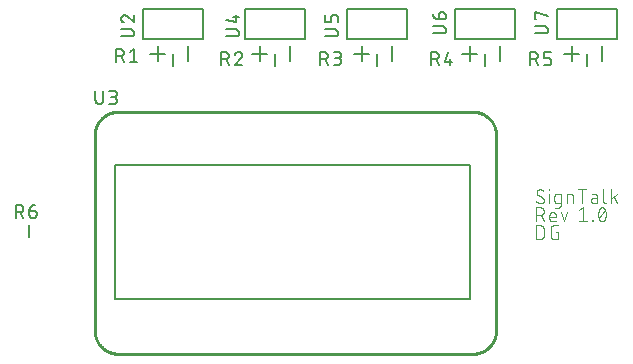
<source format=gbr>
G04 EAGLE Gerber RS-274X export*
G75*
%MOMM*%
%FSLAX34Y34*%
%LPD*%
%INSilkscreen Top*%
%IPPOS*%
%AMOC8*
5,1,8,0,0,1.08239X$1,22.5*%
G01*
%ADD10C,0.101600*%
%ADD11C,0.127000*%
%ADD12C,0.152400*%
%ADD13C,0.254000*%


D10*
X466683Y140208D02*
X466782Y140210D01*
X466882Y140216D01*
X466981Y140225D01*
X467079Y140238D01*
X467177Y140255D01*
X467275Y140276D01*
X467371Y140301D01*
X467466Y140329D01*
X467560Y140361D01*
X467653Y140396D01*
X467745Y140435D01*
X467835Y140478D01*
X467923Y140523D01*
X468010Y140573D01*
X468094Y140625D01*
X468177Y140681D01*
X468257Y140739D01*
X468335Y140801D01*
X468410Y140866D01*
X468483Y140934D01*
X468553Y141004D01*
X468621Y141077D01*
X468686Y141152D01*
X468748Y141230D01*
X468806Y141310D01*
X468862Y141393D01*
X468914Y141477D01*
X468964Y141564D01*
X469009Y141652D01*
X469052Y141742D01*
X469091Y141834D01*
X469126Y141927D01*
X469158Y142021D01*
X469186Y142116D01*
X469211Y142212D01*
X469232Y142310D01*
X469249Y142408D01*
X469262Y142506D01*
X469271Y142605D01*
X469277Y142705D01*
X469279Y142804D01*
X466683Y140208D02*
X466539Y140210D01*
X466394Y140216D01*
X466250Y140225D01*
X466107Y140238D01*
X465963Y140255D01*
X465820Y140276D01*
X465678Y140301D01*
X465537Y140329D01*
X465396Y140361D01*
X465256Y140397D01*
X465117Y140436D01*
X464979Y140479D01*
X464843Y140526D01*
X464707Y140576D01*
X464573Y140630D01*
X464441Y140687D01*
X464310Y140748D01*
X464181Y140812D01*
X464053Y140880D01*
X463927Y140950D01*
X463803Y141025D01*
X463682Y141102D01*
X463562Y141183D01*
X463444Y141266D01*
X463329Y141353D01*
X463216Y141443D01*
X463105Y141536D01*
X462997Y141631D01*
X462891Y141730D01*
X462788Y141831D01*
X463113Y149296D02*
X463115Y149395D01*
X463121Y149495D01*
X463130Y149594D01*
X463143Y149692D01*
X463160Y149790D01*
X463181Y149888D01*
X463206Y149984D01*
X463234Y150079D01*
X463266Y150173D01*
X463301Y150266D01*
X463340Y150358D01*
X463383Y150448D01*
X463428Y150536D01*
X463478Y150623D01*
X463530Y150707D01*
X463586Y150790D01*
X463644Y150870D01*
X463706Y150948D01*
X463771Y151023D01*
X463839Y151096D01*
X463909Y151166D01*
X463982Y151234D01*
X464057Y151299D01*
X464135Y151361D01*
X464215Y151419D01*
X464298Y151475D01*
X464382Y151527D01*
X464469Y151577D01*
X464557Y151622D01*
X464647Y151665D01*
X464739Y151704D01*
X464832Y151739D01*
X464926Y151771D01*
X465021Y151799D01*
X465118Y151824D01*
X465215Y151845D01*
X465313Y151862D01*
X465411Y151875D01*
X465510Y151884D01*
X465610Y151890D01*
X465709Y151892D01*
X465845Y151890D01*
X465981Y151884D01*
X466117Y151875D01*
X466253Y151862D01*
X466388Y151844D01*
X466522Y151824D01*
X466656Y151799D01*
X466790Y151771D01*
X466922Y151738D01*
X467053Y151703D01*
X467184Y151663D01*
X467313Y151620D01*
X467441Y151574D01*
X467567Y151523D01*
X467693Y151470D01*
X467816Y151412D01*
X467938Y151352D01*
X468058Y151288D01*
X468177Y151220D01*
X468293Y151150D01*
X468407Y151076D01*
X468520Y150999D01*
X468630Y150918D01*
X464411Y147024D02*
X464325Y147077D01*
X464241Y147134D01*
X464159Y147193D01*
X464079Y147256D01*
X464002Y147322D01*
X463927Y147390D01*
X463855Y147462D01*
X463786Y147536D01*
X463720Y147613D01*
X463657Y147692D01*
X463597Y147774D01*
X463540Y147858D01*
X463486Y147944D01*
X463436Y148032D01*
X463389Y148122D01*
X463345Y148213D01*
X463306Y148307D01*
X463269Y148401D01*
X463237Y148497D01*
X463208Y148595D01*
X463183Y148693D01*
X463162Y148792D01*
X463144Y148892D01*
X463131Y148992D01*
X463121Y149093D01*
X463115Y149195D01*
X463113Y149296D01*
X467981Y145076D02*
X468067Y145023D01*
X468151Y144966D01*
X468233Y144907D01*
X468313Y144844D01*
X468390Y144778D01*
X468465Y144710D01*
X468537Y144638D01*
X468606Y144564D01*
X468672Y144487D01*
X468735Y144408D01*
X468795Y144326D01*
X468852Y144242D01*
X468906Y144156D01*
X468956Y144068D01*
X469003Y143978D01*
X469047Y143887D01*
X469086Y143793D01*
X469123Y143699D01*
X469155Y143603D01*
X469184Y143505D01*
X469209Y143407D01*
X469230Y143308D01*
X469248Y143208D01*
X469261Y143108D01*
X469271Y143007D01*
X469277Y142905D01*
X469279Y142804D01*
X467981Y145076D02*
X464411Y147024D01*
X473654Y147997D02*
X473654Y140208D01*
X473329Y151243D02*
X473329Y151892D01*
X473978Y151892D01*
X473978Y151243D01*
X473329Y151243D01*
X480184Y140208D02*
X483430Y140208D01*
X480184Y140208D02*
X480097Y140210D01*
X480009Y140216D01*
X479923Y140226D01*
X479836Y140239D01*
X479751Y140257D01*
X479666Y140278D01*
X479582Y140303D01*
X479500Y140332D01*
X479419Y140365D01*
X479339Y140401D01*
X479261Y140440D01*
X479185Y140484D01*
X479111Y140530D01*
X479040Y140580D01*
X478970Y140633D01*
X478903Y140689D01*
X478839Y140748D01*
X478777Y140810D01*
X478718Y140874D01*
X478662Y140941D01*
X478609Y141011D01*
X478559Y141082D01*
X478513Y141156D01*
X478469Y141232D01*
X478430Y141310D01*
X478394Y141390D01*
X478361Y141471D01*
X478332Y141553D01*
X478307Y141637D01*
X478286Y141722D01*
X478268Y141807D01*
X478255Y141894D01*
X478245Y141980D01*
X478239Y142068D01*
X478237Y142155D01*
X478237Y146050D01*
X478239Y146137D01*
X478245Y146225D01*
X478255Y146311D01*
X478268Y146398D01*
X478286Y146483D01*
X478307Y146568D01*
X478332Y146652D01*
X478361Y146734D01*
X478394Y146815D01*
X478430Y146895D01*
X478469Y146973D01*
X478513Y147049D01*
X478559Y147123D01*
X478609Y147194D01*
X478662Y147264D01*
X478718Y147331D01*
X478777Y147395D01*
X478839Y147457D01*
X478903Y147516D01*
X478970Y147572D01*
X479040Y147625D01*
X479111Y147675D01*
X479185Y147721D01*
X479261Y147765D01*
X479339Y147804D01*
X479419Y147840D01*
X479500Y147873D01*
X479582Y147902D01*
X479666Y147927D01*
X479751Y147948D01*
X479836Y147966D01*
X479923Y147979D01*
X480009Y147989D01*
X480097Y147995D01*
X480184Y147997D01*
X483430Y147997D01*
X483430Y138261D01*
X483428Y138174D01*
X483422Y138086D01*
X483412Y138000D01*
X483399Y137913D01*
X483381Y137828D01*
X483360Y137743D01*
X483335Y137659D01*
X483306Y137577D01*
X483273Y137496D01*
X483237Y137416D01*
X483198Y137338D01*
X483154Y137262D01*
X483108Y137188D01*
X483058Y137117D01*
X483005Y137047D01*
X482949Y136980D01*
X482890Y136916D01*
X482829Y136854D01*
X482764Y136795D01*
X482697Y136739D01*
X482627Y136686D01*
X482556Y136636D01*
X482482Y136590D01*
X482406Y136546D01*
X482328Y136507D01*
X482248Y136471D01*
X482167Y136438D01*
X482085Y136409D01*
X482001Y136384D01*
X481916Y136363D01*
X481831Y136345D01*
X481744Y136332D01*
X481658Y136322D01*
X481570Y136316D01*
X481483Y136314D01*
X481483Y136313D02*
X478886Y136313D01*
X488964Y140208D02*
X488964Y147997D01*
X492210Y147997D01*
X492297Y147995D01*
X492385Y147989D01*
X492471Y147979D01*
X492558Y147966D01*
X492643Y147948D01*
X492728Y147927D01*
X492812Y147902D01*
X492894Y147873D01*
X492975Y147840D01*
X493055Y147804D01*
X493133Y147765D01*
X493209Y147721D01*
X493283Y147675D01*
X493354Y147625D01*
X493424Y147572D01*
X493491Y147516D01*
X493555Y147457D01*
X493617Y147396D01*
X493676Y147331D01*
X493732Y147264D01*
X493785Y147194D01*
X493835Y147123D01*
X493881Y147049D01*
X493925Y146973D01*
X493964Y146895D01*
X494000Y146815D01*
X494033Y146734D01*
X494062Y146652D01*
X494087Y146568D01*
X494108Y146483D01*
X494126Y146398D01*
X494139Y146311D01*
X494149Y146225D01*
X494155Y146137D01*
X494157Y146050D01*
X494157Y140208D01*
X501847Y140208D02*
X501847Y151892D01*
X498602Y151892D02*
X505093Y151892D01*
X511370Y144752D02*
X514291Y144752D01*
X511370Y144752D02*
X511276Y144750D01*
X511182Y144744D01*
X511089Y144735D01*
X510996Y144721D01*
X510904Y144704D01*
X510812Y144682D01*
X510722Y144658D01*
X510632Y144629D01*
X510544Y144597D01*
X510457Y144561D01*
X510372Y144521D01*
X510289Y144478D01*
X510207Y144432D01*
X510127Y144382D01*
X510050Y144329D01*
X509975Y144273D01*
X509902Y144214D01*
X509831Y144152D01*
X509763Y144087D01*
X509698Y144019D01*
X509636Y143948D01*
X509577Y143875D01*
X509521Y143800D01*
X509468Y143723D01*
X509418Y143643D01*
X509372Y143561D01*
X509329Y143478D01*
X509289Y143393D01*
X509253Y143306D01*
X509221Y143218D01*
X509192Y143128D01*
X509168Y143038D01*
X509146Y142946D01*
X509129Y142854D01*
X509115Y142761D01*
X509106Y142668D01*
X509100Y142574D01*
X509098Y142480D01*
X509100Y142386D01*
X509106Y142292D01*
X509115Y142199D01*
X509129Y142106D01*
X509146Y142014D01*
X509168Y141922D01*
X509192Y141832D01*
X509221Y141742D01*
X509253Y141654D01*
X509289Y141567D01*
X509329Y141482D01*
X509372Y141399D01*
X509418Y141317D01*
X509468Y141237D01*
X509521Y141160D01*
X509577Y141085D01*
X509636Y141012D01*
X509698Y140941D01*
X509763Y140873D01*
X509831Y140808D01*
X509902Y140746D01*
X509975Y140687D01*
X510050Y140631D01*
X510127Y140578D01*
X510207Y140528D01*
X510289Y140482D01*
X510372Y140439D01*
X510457Y140399D01*
X510544Y140363D01*
X510632Y140331D01*
X510722Y140302D01*
X510812Y140278D01*
X510904Y140256D01*
X510996Y140239D01*
X511089Y140225D01*
X511182Y140216D01*
X511276Y140210D01*
X511370Y140208D01*
X514291Y140208D01*
X514291Y146050D01*
X514289Y146137D01*
X514283Y146225D01*
X514273Y146311D01*
X514260Y146398D01*
X514242Y146483D01*
X514221Y146568D01*
X514196Y146652D01*
X514167Y146734D01*
X514134Y146815D01*
X514098Y146895D01*
X514059Y146973D01*
X514015Y147049D01*
X513969Y147123D01*
X513919Y147194D01*
X513866Y147264D01*
X513810Y147331D01*
X513751Y147395D01*
X513689Y147457D01*
X513625Y147516D01*
X513558Y147572D01*
X513488Y147625D01*
X513417Y147675D01*
X513343Y147721D01*
X513267Y147765D01*
X513189Y147804D01*
X513109Y147840D01*
X513028Y147873D01*
X512946Y147902D01*
X512862Y147927D01*
X512777Y147948D01*
X512692Y147966D01*
X512605Y147979D01*
X512519Y147989D01*
X512431Y147995D01*
X512344Y147997D01*
X509747Y147997D01*
X519594Y151892D02*
X519594Y142155D01*
X519596Y142068D01*
X519602Y141980D01*
X519612Y141894D01*
X519625Y141807D01*
X519643Y141722D01*
X519664Y141637D01*
X519689Y141553D01*
X519718Y141471D01*
X519751Y141390D01*
X519787Y141310D01*
X519826Y141232D01*
X519870Y141156D01*
X519916Y141082D01*
X519966Y141011D01*
X520019Y140941D01*
X520075Y140874D01*
X520134Y140810D01*
X520196Y140748D01*
X520260Y140689D01*
X520327Y140633D01*
X520397Y140580D01*
X520468Y140530D01*
X520542Y140484D01*
X520618Y140440D01*
X520696Y140401D01*
X520776Y140365D01*
X520857Y140332D01*
X520939Y140303D01*
X521023Y140278D01*
X521108Y140257D01*
X521193Y140239D01*
X521280Y140226D01*
X521366Y140216D01*
X521454Y140210D01*
X521541Y140208D01*
X526056Y140208D02*
X526056Y151892D01*
X531249Y147997D02*
X526056Y144103D01*
X528328Y145725D02*
X531249Y140208D01*
X462788Y136652D02*
X462788Y124968D01*
X462788Y136652D02*
X466034Y136652D01*
X466147Y136650D01*
X466260Y136644D01*
X466373Y136634D01*
X466486Y136620D01*
X466598Y136603D01*
X466709Y136581D01*
X466819Y136556D01*
X466929Y136526D01*
X467037Y136493D01*
X467144Y136456D01*
X467250Y136416D01*
X467354Y136371D01*
X467457Y136323D01*
X467558Y136272D01*
X467657Y136217D01*
X467754Y136159D01*
X467849Y136097D01*
X467942Y136032D01*
X468032Y135964D01*
X468120Y135893D01*
X468206Y135818D01*
X468289Y135741D01*
X468369Y135661D01*
X468446Y135578D01*
X468521Y135492D01*
X468592Y135404D01*
X468660Y135314D01*
X468725Y135221D01*
X468787Y135126D01*
X468845Y135029D01*
X468900Y134930D01*
X468951Y134829D01*
X468999Y134726D01*
X469044Y134622D01*
X469084Y134516D01*
X469121Y134409D01*
X469154Y134301D01*
X469184Y134191D01*
X469209Y134081D01*
X469231Y133970D01*
X469248Y133858D01*
X469262Y133745D01*
X469272Y133632D01*
X469278Y133519D01*
X469280Y133406D01*
X469278Y133293D01*
X469272Y133180D01*
X469262Y133067D01*
X469248Y132954D01*
X469231Y132842D01*
X469209Y132731D01*
X469184Y132621D01*
X469154Y132511D01*
X469121Y132403D01*
X469084Y132296D01*
X469044Y132190D01*
X468999Y132086D01*
X468951Y131983D01*
X468900Y131882D01*
X468845Y131783D01*
X468787Y131686D01*
X468725Y131591D01*
X468660Y131498D01*
X468592Y131408D01*
X468521Y131320D01*
X468446Y131234D01*
X468369Y131151D01*
X468289Y131071D01*
X468206Y130994D01*
X468120Y130919D01*
X468032Y130848D01*
X467942Y130780D01*
X467849Y130715D01*
X467754Y130653D01*
X467657Y130595D01*
X467558Y130540D01*
X467457Y130489D01*
X467354Y130441D01*
X467250Y130396D01*
X467144Y130356D01*
X467037Y130319D01*
X466929Y130286D01*
X466819Y130256D01*
X466709Y130231D01*
X466598Y130209D01*
X466486Y130192D01*
X466373Y130178D01*
X466260Y130168D01*
X466147Y130162D01*
X466034Y130160D01*
X466034Y130161D02*
X462788Y130161D01*
X466683Y130161D02*
X469279Y124968D01*
X475979Y124968D02*
X479224Y124968D01*
X475979Y124968D02*
X475892Y124970D01*
X475804Y124976D01*
X475718Y124986D01*
X475631Y124999D01*
X475546Y125017D01*
X475461Y125038D01*
X475377Y125063D01*
X475295Y125092D01*
X475214Y125125D01*
X475134Y125161D01*
X475056Y125200D01*
X474980Y125244D01*
X474906Y125290D01*
X474835Y125340D01*
X474765Y125393D01*
X474698Y125449D01*
X474634Y125508D01*
X474572Y125570D01*
X474513Y125634D01*
X474457Y125701D01*
X474404Y125771D01*
X474354Y125842D01*
X474308Y125916D01*
X474264Y125992D01*
X474225Y126070D01*
X474189Y126150D01*
X474156Y126231D01*
X474127Y126313D01*
X474102Y126397D01*
X474081Y126482D01*
X474063Y126567D01*
X474050Y126654D01*
X474040Y126740D01*
X474034Y126828D01*
X474032Y126915D01*
X474031Y126915D02*
X474031Y130161D01*
X474032Y130161D02*
X474034Y130262D01*
X474040Y130362D01*
X474050Y130462D01*
X474063Y130562D01*
X474081Y130661D01*
X474102Y130760D01*
X474127Y130857D01*
X474156Y130954D01*
X474189Y131049D01*
X474225Y131143D01*
X474265Y131235D01*
X474308Y131326D01*
X474355Y131415D01*
X474405Y131502D01*
X474459Y131588D01*
X474516Y131671D01*
X474576Y131751D01*
X474639Y131830D01*
X474706Y131906D01*
X474775Y131979D01*
X474847Y132049D01*
X474921Y132117D01*
X474998Y132182D01*
X475078Y132243D01*
X475160Y132302D01*
X475244Y132357D01*
X475330Y132409D01*
X475418Y132458D01*
X475508Y132503D01*
X475600Y132545D01*
X475693Y132583D01*
X475788Y132617D01*
X475883Y132648D01*
X475980Y132675D01*
X476078Y132698D01*
X476177Y132718D01*
X476277Y132733D01*
X476377Y132745D01*
X476477Y132753D01*
X476578Y132757D01*
X476678Y132757D01*
X476779Y132753D01*
X476879Y132745D01*
X476979Y132733D01*
X477079Y132718D01*
X477178Y132698D01*
X477276Y132675D01*
X477373Y132648D01*
X477468Y132617D01*
X477563Y132583D01*
X477656Y132545D01*
X477748Y132503D01*
X477838Y132458D01*
X477926Y132409D01*
X478012Y132357D01*
X478096Y132302D01*
X478178Y132243D01*
X478258Y132182D01*
X478335Y132117D01*
X478409Y132049D01*
X478481Y131979D01*
X478550Y131906D01*
X478617Y131830D01*
X478680Y131751D01*
X478740Y131671D01*
X478797Y131588D01*
X478851Y131502D01*
X478901Y131415D01*
X478948Y131326D01*
X478991Y131235D01*
X479031Y131143D01*
X479067Y131049D01*
X479100Y130954D01*
X479129Y130857D01*
X479154Y130760D01*
X479175Y130661D01*
X479193Y130562D01*
X479206Y130462D01*
X479216Y130362D01*
X479222Y130262D01*
X479224Y130161D01*
X479224Y128863D01*
X474031Y128863D01*
X483556Y132757D02*
X486153Y124968D01*
X488749Y132757D01*
X499290Y134056D02*
X502536Y136652D01*
X502536Y124968D01*
X505781Y124968D02*
X499290Y124968D01*
X510212Y124968D02*
X510212Y125617D01*
X510861Y125617D01*
X510861Y124968D01*
X510212Y124968D01*
X515293Y130810D02*
X515296Y131040D01*
X515304Y131270D01*
X515318Y131499D01*
X515337Y131728D01*
X515362Y131957D01*
X515392Y132184D01*
X515427Y132412D01*
X515468Y132638D01*
X515514Y132863D01*
X515566Y133087D01*
X515623Y133309D01*
X515685Y133531D01*
X515753Y133750D01*
X515826Y133968D01*
X515904Y134185D01*
X515987Y134399D01*
X516075Y134611D01*
X516168Y134821D01*
X516267Y135029D01*
X516266Y135029D02*
X516299Y135119D01*
X516335Y135208D01*
X516375Y135296D01*
X516419Y135381D01*
X516466Y135465D01*
X516516Y135547D01*
X516570Y135627D01*
X516626Y135704D01*
X516686Y135780D01*
X516749Y135853D01*
X516814Y135923D01*
X516883Y135991D01*
X516954Y136055D01*
X517027Y136117D01*
X517103Y136176D01*
X517181Y136232D01*
X517262Y136285D01*
X517344Y136334D01*
X517428Y136380D01*
X517515Y136423D01*
X517602Y136462D01*
X517692Y136498D01*
X517782Y136530D01*
X517874Y136558D01*
X517967Y136583D01*
X518061Y136604D01*
X518155Y136621D01*
X518250Y136635D01*
X518346Y136644D01*
X518442Y136650D01*
X518538Y136652D01*
X518634Y136650D01*
X518730Y136644D01*
X518826Y136635D01*
X518921Y136621D01*
X519015Y136604D01*
X519109Y136583D01*
X519202Y136558D01*
X519294Y136530D01*
X519384Y136498D01*
X519474Y136462D01*
X519561Y136423D01*
X519648Y136380D01*
X519732Y136334D01*
X519814Y136285D01*
X519895Y136232D01*
X519973Y136176D01*
X520049Y136117D01*
X520122Y136055D01*
X520193Y135991D01*
X520262Y135923D01*
X520327Y135853D01*
X520390Y135780D01*
X520450Y135704D01*
X520506Y135627D01*
X520560Y135547D01*
X520610Y135465D01*
X520657Y135381D01*
X520701Y135296D01*
X520741Y135208D01*
X520777Y135119D01*
X520810Y135029D01*
X520909Y134822D01*
X521002Y134612D01*
X521090Y134399D01*
X521173Y134185D01*
X521251Y133969D01*
X521324Y133751D01*
X521392Y133531D01*
X521454Y133310D01*
X521511Y133087D01*
X521563Y132863D01*
X521609Y132638D01*
X521650Y132412D01*
X521685Y132185D01*
X521715Y131957D01*
X521740Y131728D01*
X521759Y131499D01*
X521773Y131270D01*
X521781Y131040D01*
X521784Y130810D01*
X515292Y130810D02*
X515295Y130580D01*
X515303Y130350D01*
X515317Y130121D01*
X515336Y129892D01*
X515361Y129663D01*
X515391Y129435D01*
X515426Y129208D01*
X515467Y128982D01*
X515513Y128757D01*
X515565Y128533D01*
X515622Y128310D01*
X515684Y128089D01*
X515752Y127869D01*
X515825Y127651D01*
X515903Y127435D01*
X515986Y127221D01*
X516074Y127009D01*
X516167Y126798D01*
X516266Y126591D01*
X516299Y126501D01*
X516335Y126412D01*
X516376Y126324D01*
X516419Y126239D01*
X516466Y126155D01*
X516516Y126073D01*
X516570Y125993D01*
X516626Y125916D01*
X516686Y125840D01*
X516749Y125767D01*
X516814Y125697D01*
X516883Y125629D01*
X516954Y125565D01*
X517027Y125503D01*
X517103Y125444D01*
X517181Y125388D01*
X517262Y125335D01*
X517344Y125286D01*
X517428Y125240D01*
X517515Y125197D01*
X517602Y125158D01*
X517692Y125122D01*
X517782Y125090D01*
X517874Y125062D01*
X517967Y125037D01*
X518061Y125016D01*
X518155Y124999D01*
X518250Y124985D01*
X518346Y124976D01*
X518442Y124970D01*
X518538Y124968D01*
X520810Y126591D02*
X520909Y126798D01*
X521002Y127009D01*
X521090Y127221D01*
X521173Y127435D01*
X521251Y127651D01*
X521324Y127869D01*
X521392Y128089D01*
X521454Y128310D01*
X521511Y128533D01*
X521563Y128757D01*
X521609Y128982D01*
X521650Y129208D01*
X521685Y129435D01*
X521715Y129663D01*
X521740Y129892D01*
X521759Y130121D01*
X521773Y130350D01*
X521781Y130580D01*
X521784Y130810D01*
X520810Y126591D02*
X520777Y126501D01*
X520741Y126412D01*
X520701Y126324D01*
X520657Y126239D01*
X520610Y126155D01*
X520560Y126073D01*
X520506Y125993D01*
X520450Y125916D01*
X520390Y125840D01*
X520327Y125767D01*
X520262Y125697D01*
X520193Y125629D01*
X520122Y125565D01*
X520049Y125503D01*
X519973Y125444D01*
X519895Y125388D01*
X519814Y125335D01*
X519732Y125286D01*
X519648Y125240D01*
X519561Y125197D01*
X519474Y125158D01*
X519384Y125122D01*
X519294Y125090D01*
X519202Y125062D01*
X519109Y125037D01*
X519015Y125016D01*
X518921Y124999D01*
X518826Y124985D01*
X518730Y124976D01*
X518634Y124970D01*
X518538Y124968D01*
X515941Y127564D02*
X521134Y134056D01*
X462788Y121412D02*
X462788Y109728D01*
X462788Y121412D02*
X466034Y121412D01*
X466147Y121410D01*
X466260Y121404D01*
X466373Y121394D01*
X466486Y121380D01*
X466598Y121363D01*
X466709Y121341D01*
X466819Y121316D01*
X466929Y121286D01*
X467037Y121253D01*
X467144Y121216D01*
X467250Y121176D01*
X467354Y121131D01*
X467457Y121083D01*
X467558Y121032D01*
X467657Y120977D01*
X467754Y120919D01*
X467849Y120857D01*
X467942Y120792D01*
X468032Y120724D01*
X468120Y120653D01*
X468206Y120578D01*
X468289Y120501D01*
X468369Y120421D01*
X468446Y120338D01*
X468521Y120252D01*
X468592Y120164D01*
X468660Y120074D01*
X468725Y119981D01*
X468787Y119886D01*
X468845Y119789D01*
X468900Y119690D01*
X468951Y119589D01*
X468999Y119486D01*
X469044Y119382D01*
X469084Y119276D01*
X469121Y119169D01*
X469154Y119061D01*
X469184Y118951D01*
X469209Y118841D01*
X469231Y118730D01*
X469248Y118618D01*
X469262Y118505D01*
X469272Y118392D01*
X469278Y118279D01*
X469280Y118166D01*
X469279Y118166D02*
X469279Y112974D01*
X469280Y112974D02*
X469278Y112861D01*
X469272Y112748D01*
X469262Y112635D01*
X469248Y112522D01*
X469231Y112410D01*
X469209Y112299D01*
X469184Y112189D01*
X469154Y112079D01*
X469121Y111971D01*
X469084Y111864D01*
X469044Y111758D01*
X468999Y111654D01*
X468951Y111551D01*
X468900Y111450D01*
X468845Y111351D01*
X468787Y111254D01*
X468725Y111159D01*
X468660Y111066D01*
X468592Y110976D01*
X468521Y110888D01*
X468446Y110802D01*
X468369Y110719D01*
X468289Y110639D01*
X468206Y110562D01*
X468120Y110487D01*
X468032Y110416D01*
X467942Y110348D01*
X467849Y110283D01*
X467754Y110221D01*
X467657Y110163D01*
X467558Y110108D01*
X467457Y110057D01*
X467354Y110009D01*
X467250Y109964D01*
X467144Y109924D01*
X467037Y109887D01*
X466929Y109854D01*
X466819Y109824D01*
X466709Y109799D01*
X466598Y109777D01*
X466486Y109760D01*
X466373Y109746D01*
X466260Y109736D01*
X466147Y109730D01*
X466034Y109728D01*
X462788Y109728D01*
X479524Y116219D02*
X481471Y116219D01*
X481471Y109728D01*
X477576Y109728D01*
X477477Y109730D01*
X477377Y109736D01*
X477278Y109745D01*
X477180Y109758D01*
X477082Y109775D01*
X476984Y109796D01*
X476888Y109821D01*
X476793Y109849D01*
X476699Y109881D01*
X476606Y109916D01*
X476514Y109955D01*
X476424Y109998D01*
X476336Y110043D01*
X476249Y110093D01*
X476165Y110145D01*
X476082Y110201D01*
X476002Y110259D01*
X475924Y110321D01*
X475849Y110386D01*
X475776Y110454D01*
X475706Y110524D01*
X475638Y110597D01*
X475573Y110672D01*
X475511Y110750D01*
X475453Y110830D01*
X475397Y110913D01*
X475345Y110997D01*
X475295Y111084D01*
X475250Y111172D01*
X475207Y111262D01*
X475168Y111354D01*
X475133Y111447D01*
X475101Y111541D01*
X475073Y111636D01*
X475048Y111732D01*
X475027Y111830D01*
X475010Y111928D01*
X474997Y112026D01*
X474988Y112125D01*
X474982Y112225D01*
X474980Y112324D01*
X474980Y118816D01*
X474982Y118915D01*
X474988Y119015D01*
X474997Y119114D01*
X475010Y119212D01*
X475027Y119310D01*
X475048Y119408D01*
X475073Y119504D01*
X475101Y119599D01*
X475133Y119693D01*
X475168Y119786D01*
X475207Y119878D01*
X475250Y119968D01*
X475295Y120056D01*
X475345Y120143D01*
X475397Y120227D01*
X475453Y120310D01*
X475511Y120390D01*
X475573Y120468D01*
X475638Y120543D01*
X475706Y120616D01*
X475776Y120686D01*
X475849Y120754D01*
X475924Y120819D01*
X476002Y120881D01*
X476082Y120939D01*
X476165Y120995D01*
X476249Y121047D01*
X476336Y121097D01*
X476424Y121142D01*
X476514Y121185D01*
X476606Y121224D01*
X476698Y121259D01*
X476793Y121291D01*
X476888Y121319D01*
X476984Y121344D01*
X477082Y121365D01*
X477180Y121382D01*
X477278Y121395D01*
X477377Y121404D01*
X477477Y121410D01*
X477576Y121412D01*
X481471Y121412D01*
D11*
X129540Y279400D02*
X129540Y304800D01*
X180340Y304800D01*
X180340Y279400D01*
X129540Y279400D01*
X135890Y266700D02*
X148590Y266700D01*
X142240Y260350D02*
X142240Y273050D01*
X167640Y273050D02*
X167640Y260350D01*
D12*
X119324Y281432D02*
X111252Y281432D01*
X119324Y281432D02*
X119435Y281434D01*
X119545Y281440D01*
X119656Y281450D01*
X119766Y281464D01*
X119875Y281481D01*
X119984Y281503D01*
X120092Y281528D01*
X120198Y281558D01*
X120304Y281591D01*
X120409Y281628D01*
X120512Y281668D01*
X120613Y281713D01*
X120713Y281760D01*
X120812Y281812D01*
X120908Y281867D01*
X121002Y281925D01*
X121094Y281986D01*
X121184Y282051D01*
X121272Y282119D01*
X121357Y282190D01*
X121439Y282264D01*
X121519Y282341D01*
X121596Y282421D01*
X121670Y282503D01*
X121741Y282588D01*
X121809Y282676D01*
X121874Y282766D01*
X121935Y282858D01*
X121993Y282952D01*
X122048Y283048D01*
X122100Y283147D01*
X122147Y283247D01*
X122192Y283348D01*
X122232Y283451D01*
X122269Y283556D01*
X122302Y283662D01*
X122332Y283768D01*
X122357Y283876D01*
X122379Y283985D01*
X122396Y284094D01*
X122410Y284204D01*
X122420Y284315D01*
X122426Y284425D01*
X122428Y284536D01*
X122426Y284647D01*
X122420Y284757D01*
X122410Y284868D01*
X122396Y284978D01*
X122379Y285087D01*
X122357Y285196D01*
X122332Y285304D01*
X122302Y285410D01*
X122269Y285516D01*
X122232Y285621D01*
X122192Y285724D01*
X122147Y285825D01*
X122100Y285925D01*
X122048Y286024D01*
X121993Y286120D01*
X121935Y286214D01*
X121874Y286306D01*
X121809Y286396D01*
X121741Y286484D01*
X121670Y286569D01*
X121596Y286651D01*
X121519Y286731D01*
X121439Y286808D01*
X121357Y286882D01*
X121272Y286953D01*
X121184Y287021D01*
X121094Y287086D01*
X121002Y287147D01*
X120908Y287205D01*
X120812Y287260D01*
X120713Y287312D01*
X120613Y287359D01*
X120512Y287404D01*
X120409Y287444D01*
X120304Y287481D01*
X120198Y287514D01*
X120092Y287544D01*
X119984Y287569D01*
X119875Y287591D01*
X119766Y287608D01*
X119656Y287622D01*
X119545Y287632D01*
X119435Y287638D01*
X119324Y287640D01*
X119324Y287641D02*
X111252Y287641D01*
X111252Y296658D02*
X111254Y296762D01*
X111260Y296867D01*
X111270Y296971D01*
X111283Y297074D01*
X111301Y297177D01*
X111322Y297280D01*
X111347Y297381D01*
X111376Y297482D01*
X111409Y297581D01*
X111445Y297679D01*
X111485Y297775D01*
X111529Y297870D01*
X111576Y297964D01*
X111626Y298055D01*
X111680Y298144D01*
X111737Y298232D01*
X111798Y298317D01*
X111862Y298400D01*
X111928Y298480D01*
X111998Y298558D01*
X112070Y298634D01*
X112146Y298706D01*
X112224Y298776D01*
X112304Y298842D01*
X112387Y298906D01*
X112472Y298967D01*
X112560Y299024D01*
X112649Y299078D01*
X112740Y299128D01*
X112834Y299175D01*
X112929Y299219D01*
X113025Y299259D01*
X113123Y299295D01*
X113222Y299328D01*
X113323Y299357D01*
X113424Y299382D01*
X113527Y299403D01*
X113630Y299421D01*
X113733Y299434D01*
X113837Y299444D01*
X113942Y299450D01*
X114046Y299452D01*
X111252Y296658D02*
X111254Y296539D01*
X111260Y296421D01*
X111270Y296302D01*
X111283Y296184D01*
X111301Y296067D01*
X111323Y295950D01*
X111348Y295834D01*
X111377Y295719D01*
X111410Y295604D01*
X111447Y295491D01*
X111487Y295380D01*
X111531Y295269D01*
X111579Y295161D01*
X111630Y295054D01*
X111685Y294948D01*
X111744Y294845D01*
X111805Y294743D01*
X111870Y294644D01*
X111939Y294546D01*
X112010Y294452D01*
X112085Y294359D01*
X112162Y294269D01*
X112243Y294182D01*
X112326Y294097D01*
X112412Y294015D01*
X112501Y293936D01*
X112592Y293860D01*
X112686Y293787D01*
X112782Y293718D01*
X112881Y293651D01*
X112981Y293588D01*
X113084Y293528D01*
X113188Y293471D01*
X113295Y293419D01*
X113403Y293369D01*
X113512Y293323D01*
X113624Y293281D01*
X113736Y293243D01*
X116219Y298521D02*
X116145Y298596D01*
X116068Y298668D01*
X115989Y298738D01*
X115907Y298805D01*
X115823Y298869D01*
X115737Y298930D01*
X115649Y298988D01*
X115558Y299043D01*
X115466Y299095D01*
X115372Y299143D01*
X115277Y299188D01*
X115179Y299230D01*
X115081Y299268D01*
X114981Y299303D01*
X114880Y299334D01*
X114778Y299361D01*
X114675Y299385D01*
X114572Y299406D01*
X114467Y299422D01*
X114362Y299435D01*
X114257Y299445D01*
X114152Y299450D01*
X114046Y299452D01*
X116219Y298521D02*
X122428Y293243D01*
X122428Y299452D01*
D11*
X154940Y266700D02*
X154940Y256540D01*
D12*
X107442Y259842D02*
X107442Y271018D01*
X110546Y271018D01*
X110657Y271016D01*
X110767Y271010D01*
X110878Y271000D01*
X110988Y270986D01*
X111097Y270969D01*
X111206Y270947D01*
X111314Y270922D01*
X111420Y270892D01*
X111526Y270859D01*
X111631Y270822D01*
X111734Y270782D01*
X111835Y270737D01*
X111935Y270690D01*
X112034Y270638D01*
X112130Y270583D01*
X112224Y270525D01*
X112316Y270464D01*
X112406Y270399D01*
X112494Y270331D01*
X112579Y270260D01*
X112661Y270186D01*
X112741Y270109D01*
X112818Y270029D01*
X112892Y269947D01*
X112963Y269862D01*
X113031Y269774D01*
X113096Y269684D01*
X113157Y269592D01*
X113215Y269498D01*
X113270Y269402D01*
X113322Y269303D01*
X113369Y269203D01*
X113414Y269102D01*
X113454Y268999D01*
X113491Y268894D01*
X113524Y268788D01*
X113554Y268682D01*
X113579Y268574D01*
X113601Y268465D01*
X113618Y268356D01*
X113632Y268246D01*
X113642Y268135D01*
X113648Y268025D01*
X113650Y267914D01*
X113648Y267803D01*
X113642Y267693D01*
X113632Y267582D01*
X113618Y267472D01*
X113601Y267363D01*
X113579Y267254D01*
X113554Y267146D01*
X113524Y267040D01*
X113491Y266934D01*
X113454Y266829D01*
X113414Y266726D01*
X113369Y266625D01*
X113322Y266525D01*
X113270Y266426D01*
X113215Y266330D01*
X113157Y266236D01*
X113096Y266144D01*
X113031Y266054D01*
X112963Y265966D01*
X112892Y265881D01*
X112818Y265799D01*
X112741Y265719D01*
X112661Y265642D01*
X112579Y265568D01*
X112494Y265497D01*
X112406Y265429D01*
X112316Y265364D01*
X112224Y265303D01*
X112130Y265245D01*
X112034Y265190D01*
X111935Y265138D01*
X111835Y265091D01*
X111734Y265046D01*
X111631Y265006D01*
X111526Y264969D01*
X111420Y264936D01*
X111314Y264906D01*
X111206Y264881D01*
X111097Y264859D01*
X110988Y264842D01*
X110878Y264828D01*
X110767Y264818D01*
X110657Y264812D01*
X110546Y264810D01*
X110546Y264809D02*
X107442Y264809D01*
X111167Y264809D02*
X113651Y259842D01*
X118780Y268534D02*
X121884Y271018D01*
X121884Y259842D01*
X118780Y259842D02*
X124989Y259842D01*
D11*
X106400Y172550D02*
X406400Y172550D01*
X406400Y59300D01*
X106400Y59300D01*
X106400Y172550D01*
D13*
X88900Y197700D02*
X88900Y32700D01*
X88900Y197700D02*
X88906Y198183D01*
X88923Y198666D01*
X88953Y199149D01*
X88993Y199630D01*
X89046Y200111D01*
X89110Y200590D01*
X89185Y201067D01*
X89273Y201543D01*
X89371Y202016D01*
X89481Y202486D01*
X89602Y202954D01*
X89735Y203419D01*
X89879Y203880D01*
X90034Y204338D01*
X90200Y204792D01*
X90377Y205242D01*
X90564Y205687D01*
X90763Y206128D01*
X90971Y206564D01*
X91191Y206994D01*
X91421Y207420D01*
X91661Y207839D01*
X91911Y208253D01*
X92171Y208660D01*
X92440Y209061D01*
X92720Y209456D01*
X93008Y209843D01*
X93307Y210224D01*
X93614Y210597D01*
X93930Y210962D01*
X94255Y211320D01*
X94588Y211670D01*
X94930Y212012D01*
X95280Y212345D01*
X95638Y212670D01*
X96003Y212986D01*
X96376Y213293D01*
X96757Y213592D01*
X97144Y213880D01*
X97539Y214160D01*
X97940Y214429D01*
X98347Y214689D01*
X98761Y214939D01*
X99180Y215179D01*
X99606Y215409D01*
X100036Y215629D01*
X100472Y215837D01*
X100913Y216036D01*
X101358Y216223D01*
X101808Y216400D01*
X102262Y216566D01*
X102720Y216721D01*
X103181Y216865D01*
X103646Y216998D01*
X104114Y217119D01*
X104584Y217229D01*
X105057Y217327D01*
X105533Y217415D01*
X106010Y217490D01*
X106489Y217554D01*
X106970Y217607D01*
X107451Y217647D01*
X107934Y217677D01*
X108417Y217694D01*
X108900Y217700D01*
X408900Y217700D01*
X409383Y217694D01*
X409866Y217677D01*
X410349Y217647D01*
X410830Y217607D01*
X411311Y217554D01*
X411790Y217490D01*
X412267Y217415D01*
X412743Y217327D01*
X413216Y217229D01*
X413686Y217119D01*
X414154Y216998D01*
X414619Y216865D01*
X415080Y216721D01*
X415538Y216566D01*
X415992Y216400D01*
X416442Y216223D01*
X416887Y216036D01*
X417328Y215837D01*
X417764Y215629D01*
X418194Y215409D01*
X418620Y215179D01*
X419039Y214939D01*
X419453Y214689D01*
X419860Y214429D01*
X420261Y214160D01*
X420656Y213880D01*
X421043Y213592D01*
X421424Y213293D01*
X421797Y212986D01*
X422162Y212670D01*
X422520Y212345D01*
X422870Y212012D01*
X423212Y211670D01*
X423545Y211320D01*
X423870Y210962D01*
X424186Y210597D01*
X424493Y210224D01*
X424792Y209843D01*
X425080Y209456D01*
X425360Y209061D01*
X425629Y208660D01*
X425889Y208253D01*
X426139Y207839D01*
X426379Y207420D01*
X426609Y206994D01*
X426829Y206564D01*
X427037Y206128D01*
X427236Y205687D01*
X427423Y205242D01*
X427600Y204792D01*
X427766Y204338D01*
X427921Y203880D01*
X428065Y203419D01*
X428198Y202954D01*
X428319Y202486D01*
X428429Y202016D01*
X428527Y201543D01*
X428615Y201067D01*
X428690Y200590D01*
X428754Y200111D01*
X428807Y199630D01*
X428847Y199149D01*
X428877Y198666D01*
X428894Y198183D01*
X428900Y197700D01*
X428900Y32700D01*
X428894Y32217D01*
X428877Y31734D01*
X428847Y31251D01*
X428807Y30770D01*
X428754Y30289D01*
X428690Y29810D01*
X428615Y29333D01*
X428527Y28857D01*
X428429Y28384D01*
X428319Y27914D01*
X428198Y27446D01*
X428065Y26981D01*
X427921Y26520D01*
X427766Y26062D01*
X427600Y25608D01*
X427423Y25158D01*
X427236Y24713D01*
X427037Y24272D01*
X426829Y23836D01*
X426609Y23406D01*
X426379Y22980D01*
X426139Y22561D01*
X425889Y22147D01*
X425629Y21740D01*
X425360Y21339D01*
X425080Y20944D01*
X424792Y20557D01*
X424493Y20176D01*
X424186Y19803D01*
X423870Y19438D01*
X423545Y19080D01*
X423212Y18730D01*
X422870Y18388D01*
X422520Y18055D01*
X422162Y17730D01*
X421797Y17414D01*
X421424Y17107D01*
X421043Y16808D01*
X420656Y16520D01*
X420261Y16240D01*
X419860Y15971D01*
X419453Y15711D01*
X419039Y15461D01*
X418620Y15221D01*
X418194Y14991D01*
X417764Y14771D01*
X417328Y14563D01*
X416887Y14364D01*
X416442Y14177D01*
X415992Y14000D01*
X415538Y13834D01*
X415080Y13679D01*
X414619Y13535D01*
X414154Y13402D01*
X413686Y13281D01*
X413216Y13171D01*
X412743Y13073D01*
X412267Y12985D01*
X411790Y12910D01*
X411311Y12846D01*
X410830Y12793D01*
X410349Y12753D01*
X409866Y12723D01*
X409383Y12706D01*
X408900Y12700D01*
X108900Y12700D01*
X108417Y12706D01*
X107934Y12723D01*
X107451Y12753D01*
X106970Y12793D01*
X106489Y12846D01*
X106010Y12910D01*
X105533Y12985D01*
X105057Y13073D01*
X104584Y13171D01*
X104114Y13281D01*
X103646Y13402D01*
X103181Y13535D01*
X102720Y13679D01*
X102262Y13834D01*
X101808Y14000D01*
X101358Y14177D01*
X100913Y14364D01*
X100472Y14563D01*
X100036Y14771D01*
X99606Y14991D01*
X99180Y15221D01*
X98761Y15461D01*
X98347Y15711D01*
X97940Y15971D01*
X97539Y16240D01*
X97144Y16520D01*
X96757Y16808D01*
X96376Y17107D01*
X96003Y17414D01*
X95638Y17730D01*
X95280Y18055D01*
X94930Y18388D01*
X94588Y18730D01*
X94255Y19080D01*
X93930Y19438D01*
X93614Y19803D01*
X93307Y20176D01*
X93008Y20557D01*
X92720Y20944D01*
X92440Y21339D01*
X92171Y21740D01*
X91911Y22147D01*
X91661Y22561D01*
X91421Y22980D01*
X91191Y23406D01*
X90971Y23836D01*
X90763Y24272D01*
X90564Y24713D01*
X90377Y25158D01*
X90200Y25608D01*
X90034Y26062D01*
X89879Y26520D01*
X89735Y26981D01*
X89602Y27446D01*
X89481Y27914D01*
X89371Y28384D01*
X89273Y28857D01*
X89185Y29333D01*
X89110Y29810D01*
X89046Y30289D01*
X88993Y30770D01*
X88953Y31251D01*
X88923Y31734D01*
X88906Y32217D01*
X88900Y32700D01*
D12*
X89662Y227386D02*
X89662Y235458D01*
X89662Y227386D02*
X89664Y227275D01*
X89670Y227165D01*
X89680Y227054D01*
X89694Y226944D01*
X89711Y226835D01*
X89733Y226726D01*
X89758Y226618D01*
X89788Y226512D01*
X89821Y226406D01*
X89858Y226301D01*
X89898Y226198D01*
X89943Y226097D01*
X89990Y225997D01*
X90042Y225898D01*
X90097Y225802D01*
X90155Y225708D01*
X90216Y225616D01*
X90281Y225526D01*
X90349Y225438D01*
X90420Y225353D01*
X90494Y225271D01*
X90571Y225191D01*
X90651Y225114D01*
X90733Y225040D01*
X90818Y224969D01*
X90906Y224901D01*
X90996Y224836D01*
X91088Y224775D01*
X91182Y224717D01*
X91278Y224662D01*
X91377Y224610D01*
X91477Y224563D01*
X91578Y224518D01*
X91681Y224478D01*
X91786Y224441D01*
X91892Y224408D01*
X91998Y224378D01*
X92106Y224353D01*
X92215Y224331D01*
X92324Y224314D01*
X92434Y224300D01*
X92545Y224290D01*
X92655Y224284D01*
X92766Y224282D01*
X92877Y224284D01*
X92987Y224290D01*
X93098Y224300D01*
X93208Y224314D01*
X93317Y224331D01*
X93426Y224353D01*
X93534Y224378D01*
X93640Y224408D01*
X93746Y224441D01*
X93851Y224478D01*
X93954Y224518D01*
X94055Y224563D01*
X94155Y224610D01*
X94254Y224662D01*
X94350Y224717D01*
X94444Y224775D01*
X94536Y224836D01*
X94626Y224901D01*
X94714Y224969D01*
X94799Y225040D01*
X94881Y225114D01*
X94961Y225191D01*
X95038Y225271D01*
X95112Y225353D01*
X95183Y225438D01*
X95251Y225526D01*
X95316Y225616D01*
X95377Y225708D01*
X95435Y225802D01*
X95490Y225898D01*
X95542Y225997D01*
X95589Y226097D01*
X95634Y226198D01*
X95674Y226301D01*
X95711Y226406D01*
X95744Y226512D01*
X95774Y226618D01*
X95799Y226726D01*
X95821Y226835D01*
X95838Y226944D01*
X95852Y227054D01*
X95862Y227165D01*
X95868Y227275D01*
X95870Y227386D01*
X95871Y227386D02*
X95871Y235458D01*
X101473Y224282D02*
X104577Y224282D01*
X104688Y224284D01*
X104798Y224290D01*
X104909Y224300D01*
X105019Y224314D01*
X105128Y224331D01*
X105237Y224353D01*
X105345Y224378D01*
X105451Y224408D01*
X105557Y224441D01*
X105662Y224478D01*
X105765Y224518D01*
X105866Y224563D01*
X105966Y224610D01*
X106065Y224662D01*
X106161Y224717D01*
X106255Y224775D01*
X106347Y224836D01*
X106437Y224901D01*
X106525Y224969D01*
X106610Y225040D01*
X106692Y225114D01*
X106772Y225191D01*
X106849Y225271D01*
X106923Y225353D01*
X106994Y225438D01*
X107062Y225526D01*
X107127Y225616D01*
X107188Y225708D01*
X107246Y225802D01*
X107301Y225898D01*
X107353Y225997D01*
X107400Y226097D01*
X107445Y226198D01*
X107485Y226301D01*
X107522Y226406D01*
X107555Y226512D01*
X107585Y226618D01*
X107610Y226726D01*
X107632Y226835D01*
X107649Y226944D01*
X107663Y227054D01*
X107673Y227165D01*
X107679Y227275D01*
X107681Y227386D01*
X107679Y227497D01*
X107673Y227607D01*
X107663Y227718D01*
X107649Y227828D01*
X107632Y227937D01*
X107610Y228046D01*
X107585Y228154D01*
X107555Y228260D01*
X107522Y228366D01*
X107485Y228471D01*
X107445Y228574D01*
X107400Y228675D01*
X107353Y228775D01*
X107301Y228874D01*
X107246Y228970D01*
X107188Y229064D01*
X107127Y229156D01*
X107062Y229246D01*
X106994Y229334D01*
X106923Y229419D01*
X106849Y229501D01*
X106772Y229581D01*
X106692Y229658D01*
X106610Y229732D01*
X106525Y229803D01*
X106437Y229871D01*
X106347Y229936D01*
X106255Y229997D01*
X106161Y230055D01*
X106065Y230110D01*
X105966Y230162D01*
X105866Y230209D01*
X105765Y230254D01*
X105662Y230294D01*
X105557Y230331D01*
X105451Y230364D01*
X105345Y230394D01*
X105237Y230419D01*
X105128Y230441D01*
X105019Y230458D01*
X104909Y230472D01*
X104798Y230482D01*
X104688Y230488D01*
X104577Y230490D01*
X105198Y235458D02*
X101473Y235458D01*
X105198Y235458D02*
X105297Y235456D01*
X105395Y235450D01*
X105494Y235440D01*
X105591Y235427D01*
X105689Y235409D01*
X105785Y235388D01*
X105881Y235362D01*
X105975Y235333D01*
X106068Y235301D01*
X106160Y235264D01*
X106250Y235224D01*
X106339Y235180D01*
X106426Y235133D01*
X106511Y235083D01*
X106593Y235029D01*
X106674Y234972D01*
X106752Y234912D01*
X106828Y234848D01*
X106901Y234782D01*
X106972Y234713D01*
X107040Y234641D01*
X107104Y234566D01*
X107166Y234489D01*
X107225Y234410D01*
X107280Y234328D01*
X107333Y234244D01*
X107381Y234159D01*
X107427Y234071D01*
X107469Y233981D01*
X107507Y233890D01*
X107541Y233798D01*
X107572Y233704D01*
X107599Y233609D01*
X107623Y233513D01*
X107642Y233416D01*
X107658Y233319D01*
X107670Y233221D01*
X107678Y233122D01*
X107682Y233023D01*
X107682Y232925D01*
X107678Y232826D01*
X107670Y232727D01*
X107658Y232629D01*
X107642Y232532D01*
X107623Y232435D01*
X107599Y232339D01*
X107572Y232244D01*
X107541Y232150D01*
X107507Y232058D01*
X107469Y231967D01*
X107427Y231877D01*
X107381Y231789D01*
X107333Y231704D01*
X107280Y231620D01*
X107225Y231538D01*
X107166Y231459D01*
X107104Y231382D01*
X107040Y231307D01*
X106972Y231235D01*
X106901Y231166D01*
X106828Y231100D01*
X106752Y231036D01*
X106674Y230976D01*
X106593Y230919D01*
X106511Y230865D01*
X106426Y230815D01*
X106339Y230768D01*
X106250Y230724D01*
X106160Y230684D01*
X106068Y230647D01*
X105975Y230615D01*
X105881Y230586D01*
X105785Y230560D01*
X105689Y230539D01*
X105591Y230521D01*
X105494Y230508D01*
X105395Y230498D01*
X105297Y230492D01*
X105198Y230490D01*
X105198Y230491D02*
X102715Y230491D01*
D11*
X215900Y279400D02*
X215900Y304800D01*
X266700Y304800D01*
X266700Y279400D01*
X215900Y279400D01*
X222250Y266700D02*
X234950Y266700D01*
X228600Y260350D02*
X228600Y273050D01*
X254000Y273050D02*
X254000Y260350D01*
D12*
X208224Y281432D02*
X200152Y281432D01*
X208224Y281432D02*
X208335Y281434D01*
X208445Y281440D01*
X208556Y281450D01*
X208666Y281464D01*
X208775Y281481D01*
X208884Y281503D01*
X208992Y281528D01*
X209098Y281558D01*
X209204Y281591D01*
X209309Y281628D01*
X209412Y281668D01*
X209513Y281713D01*
X209613Y281760D01*
X209712Y281812D01*
X209808Y281867D01*
X209902Y281925D01*
X209994Y281986D01*
X210084Y282051D01*
X210172Y282119D01*
X210257Y282190D01*
X210339Y282264D01*
X210419Y282341D01*
X210496Y282421D01*
X210570Y282503D01*
X210641Y282588D01*
X210709Y282676D01*
X210774Y282766D01*
X210835Y282858D01*
X210893Y282952D01*
X210948Y283048D01*
X211000Y283147D01*
X211047Y283247D01*
X211092Y283348D01*
X211132Y283451D01*
X211169Y283556D01*
X211202Y283662D01*
X211232Y283768D01*
X211257Y283876D01*
X211279Y283985D01*
X211296Y284094D01*
X211310Y284204D01*
X211320Y284315D01*
X211326Y284425D01*
X211328Y284536D01*
X211326Y284647D01*
X211320Y284757D01*
X211310Y284868D01*
X211296Y284978D01*
X211279Y285087D01*
X211257Y285196D01*
X211232Y285304D01*
X211202Y285410D01*
X211169Y285516D01*
X211132Y285621D01*
X211092Y285724D01*
X211047Y285825D01*
X211000Y285925D01*
X210948Y286024D01*
X210893Y286120D01*
X210835Y286214D01*
X210774Y286306D01*
X210709Y286396D01*
X210641Y286484D01*
X210570Y286569D01*
X210496Y286651D01*
X210419Y286731D01*
X210339Y286808D01*
X210257Y286882D01*
X210172Y286953D01*
X210084Y287021D01*
X209994Y287086D01*
X209902Y287147D01*
X209808Y287205D01*
X209712Y287260D01*
X209613Y287312D01*
X209513Y287359D01*
X209412Y287404D01*
X209309Y287444D01*
X209204Y287481D01*
X209098Y287514D01*
X208992Y287544D01*
X208884Y287569D01*
X208775Y287591D01*
X208666Y287608D01*
X208556Y287622D01*
X208445Y287632D01*
X208335Y287638D01*
X208224Y287640D01*
X208224Y287641D02*
X200152Y287641D01*
X200152Y295727D02*
X208844Y293243D01*
X208844Y299452D01*
X206361Y297589D02*
X211328Y297589D01*
D11*
X241300Y266700D02*
X241300Y256540D01*
D12*
X196342Y257302D02*
X196342Y268478D01*
X199446Y268478D01*
X199557Y268476D01*
X199667Y268470D01*
X199778Y268460D01*
X199888Y268446D01*
X199997Y268429D01*
X200106Y268407D01*
X200214Y268382D01*
X200320Y268352D01*
X200426Y268319D01*
X200531Y268282D01*
X200634Y268242D01*
X200735Y268197D01*
X200835Y268150D01*
X200934Y268098D01*
X201030Y268043D01*
X201124Y267985D01*
X201216Y267924D01*
X201306Y267859D01*
X201394Y267791D01*
X201479Y267720D01*
X201561Y267646D01*
X201641Y267569D01*
X201718Y267489D01*
X201792Y267407D01*
X201863Y267322D01*
X201931Y267234D01*
X201996Y267144D01*
X202057Y267052D01*
X202115Y266958D01*
X202170Y266862D01*
X202222Y266763D01*
X202269Y266663D01*
X202314Y266562D01*
X202354Y266459D01*
X202391Y266354D01*
X202424Y266248D01*
X202454Y266142D01*
X202479Y266034D01*
X202501Y265925D01*
X202518Y265816D01*
X202532Y265706D01*
X202542Y265595D01*
X202548Y265485D01*
X202550Y265374D01*
X202548Y265263D01*
X202542Y265153D01*
X202532Y265042D01*
X202518Y264932D01*
X202501Y264823D01*
X202479Y264714D01*
X202454Y264606D01*
X202424Y264500D01*
X202391Y264394D01*
X202354Y264289D01*
X202314Y264186D01*
X202269Y264085D01*
X202222Y263985D01*
X202170Y263886D01*
X202115Y263790D01*
X202057Y263696D01*
X201996Y263604D01*
X201931Y263514D01*
X201863Y263426D01*
X201792Y263341D01*
X201718Y263259D01*
X201641Y263179D01*
X201561Y263102D01*
X201479Y263028D01*
X201394Y262957D01*
X201306Y262889D01*
X201216Y262824D01*
X201124Y262763D01*
X201030Y262705D01*
X200934Y262650D01*
X200835Y262598D01*
X200735Y262551D01*
X200634Y262506D01*
X200531Y262466D01*
X200426Y262429D01*
X200320Y262396D01*
X200214Y262366D01*
X200106Y262341D01*
X199997Y262319D01*
X199888Y262302D01*
X199778Y262288D01*
X199667Y262278D01*
X199557Y262272D01*
X199446Y262270D01*
X199446Y262269D02*
X196342Y262269D01*
X200067Y262269D02*
X202551Y257302D01*
X211095Y268478D02*
X211199Y268476D01*
X211304Y268470D01*
X211408Y268460D01*
X211511Y268447D01*
X211614Y268429D01*
X211717Y268408D01*
X211818Y268383D01*
X211919Y268354D01*
X212018Y268321D01*
X212116Y268285D01*
X212212Y268245D01*
X212307Y268201D01*
X212401Y268154D01*
X212492Y268104D01*
X212581Y268050D01*
X212669Y267993D01*
X212754Y267932D01*
X212837Y267868D01*
X212917Y267802D01*
X212995Y267732D01*
X213071Y267660D01*
X213143Y267584D01*
X213213Y267506D01*
X213279Y267426D01*
X213343Y267343D01*
X213404Y267258D01*
X213461Y267170D01*
X213515Y267081D01*
X213565Y266990D01*
X213612Y266896D01*
X213656Y266801D01*
X213696Y266705D01*
X213732Y266607D01*
X213765Y266508D01*
X213794Y266407D01*
X213819Y266306D01*
X213840Y266203D01*
X213858Y266100D01*
X213871Y265997D01*
X213881Y265893D01*
X213887Y265788D01*
X213889Y265684D01*
X211095Y268479D02*
X210976Y268477D01*
X210858Y268471D01*
X210739Y268461D01*
X210621Y268448D01*
X210504Y268430D01*
X210387Y268408D01*
X210271Y268383D01*
X210156Y268354D01*
X210041Y268321D01*
X209928Y268284D01*
X209817Y268244D01*
X209706Y268200D01*
X209598Y268152D01*
X209491Y268101D01*
X209385Y268046D01*
X209282Y267987D01*
X209180Y267926D01*
X209081Y267861D01*
X208983Y267792D01*
X208889Y267721D01*
X208796Y267646D01*
X208706Y267569D01*
X208619Y267488D01*
X208534Y267405D01*
X208452Y267319D01*
X208373Y267230D01*
X208297Y267139D01*
X208224Y267045D01*
X208155Y266949D01*
X208088Y266850D01*
X208025Y266750D01*
X207965Y266647D01*
X207908Y266543D01*
X207856Y266436D01*
X207806Y266328D01*
X207760Y266219D01*
X207718Y266107D01*
X207680Y265995D01*
X212958Y263511D02*
X213033Y263585D01*
X213105Y263662D01*
X213175Y263741D01*
X213242Y263823D01*
X213306Y263907D01*
X213367Y263993D01*
X213425Y264081D01*
X213480Y264172D01*
X213532Y264264D01*
X213580Y264358D01*
X213625Y264453D01*
X213667Y264551D01*
X213705Y264649D01*
X213740Y264749D01*
X213771Y264850D01*
X213798Y264952D01*
X213822Y265055D01*
X213843Y265158D01*
X213859Y265263D01*
X213872Y265368D01*
X213882Y265473D01*
X213887Y265578D01*
X213889Y265684D01*
X212958Y263511D02*
X207680Y257302D01*
X213889Y257302D01*
D11*
X302260Y279400D02*
X302260Y304800D01*
X353060Y304800D01*
X353060Y279400D01*
X302260Y279400D01*
X308610Y266700D02*
X321310Y266700D01*
X314960Y260350D02*
X314960Y273050D01*
X340360Y273050D02*
X340360Y260350D01*
D12*
X292044Y281432D02*
X283972Y281432D01*
X292044Y281432D02*
X292155Y281434D01*
X292265Y281440D01*
X292376Y281450D01*
X292486Y281464D01*
X292595Y281481D01*
X292704Y281503D01*
X292812Y281528D01*
X292918Y281558D01*
X293024Y281591D01*
X293129Y281628D01*
X293232Y281668D01*
X293333Y281713D01*
X293433Y281760D01*
X293532Y281812D01*
X293628Y281867D01*
X293722Y281925D01*
X293814Y281986D01*
X293904Y282051D01*
X293992Y282119D01*
X294077Y282190D01*
X294159Y282264D01*
X294239Y282341D01*
X294316Y282421D01*
X294390Y282503D01*
X294461Y282588D01*
X294529Y282676D01*
X294594Y282766D01*
X294655Y282858D01*
X294713Y282952D01*
X294768Y283048D01*
X294820Y283147D01*
X294867Y283247D01*
X294912Y283348D01*
X294952Y283451D01*
X294989Y283556D01*
X295022Y283662D01*
X295052Y283768D01*
X295077Y283876D01*
X295099Y283985D01*
X295116Y284094D01*
X295130Y284204D01*
X295140Y284315D01*
X295146Y284425D01*
X295148Y284536D01*
X295146Y284647D01*
X295140Y284757D01*
X295130Y284868D01*
X295116Y284978D01*
X295099Y285087D01*
X295077Y285196D01*
X295052Y285304D01*
X295022Y285410D01*
X294989Y285516D01*
X294952Y285621D01*
X294912Y285724D01*
X294867Y285825D01*
X294820Y285925D01*
X294768Y286024D01*
X294713Y286120D01*
X294655Y286214D01*
X294594Y286306D01*
X294529Y286396D01*
X294461Y286484D01*
X294390Y286569D01*
X294316Y286651D01*
X294239Y286731D01*
X294159Y286808D01*
X294077Y286882D01*
X293992Y286953D01*
X293904Y287021D01*
X293814Y287086D01*
X293722Y287147D01*
X293628Y287205D01*
X293532Y287260D01*
X293433Y287312D01*
X293333Y287359D01*
X293232Y287404D01*
X293129Y287444D01*
X293024Y287481D01*
X292918Y287514D01*
X292812Y287544D01*
X292704Y287569D01*
X292595Y287591D01*
X292486Y287608D01*
X292376Y287622D01*
X292265Y287632D01*
X292155Y287638D01*
X292044Y287640D01*
X292044Y287641D02*
X283972Y287641D01*
X295148Y293243D02*
X295148Y296968D01*
X295146Y297066D01*
X295140Y297163D01*
X295131Y297260D01*
X295117Y297357D01*
X295100Y297453D01*
X295079Y297548D01*
X295055Y297642D01*
X295026Y297736D01*
X294994Y297828D01*
X294959Y297919D01*
X294920Y298008D01*
X294877Y298096D01*
X294831Y298182D01*
X294782Y298266D01*
X294729Y298348D01*
X294674Y298428D01*
X294615Y298506D01*
X294553Y298581D01*
X294488Y298654D01*
X294420Y298724D01*
X294350Y298792D01*
X294277Y298857D01*
X294202Y298919D01*
X294124Y298978D01*
X294044Y299033D01*
X293962Y299086D01*
X293878Y299135D01*
X293792Y299181D01*
X293704Y299224D01*
X293615Y299263D01*
X293524Y299298D01*
X293432Y299330D01*
X293338Y299359D01*
X293244Y299383D01*
X293149Y299404D01*
X293053Y299421D01*
X292956Y299435D01*
X292859Y299444D01*
X292762Y299450D01*
X292664Y299452D01*
X291423Y299452D01*
X291325Y299450D01*
X291228Y299444D01*
X291131Y299435D01*
X291034Y299421D01*
X290938Y299404D01*
X290843Y299383D01*
X290749Y299359D01*
X290655Y299330D01*
X290563Y299298D01*
X290472Y299263D01*
X290383Y299224D01*
X290295Y299181D01*
X290209Y299135D01*
X290125Y299086D01*
X290043Y299033D01*
X289963Y298978D01*
X289885Y298919D01*
X289810Y298857D01*
X289737Y298792D01*
X289667Y298724D01*
X289599Y298654D01*
X289534Y298581D01*
X289472Y298506D01*
X289413Y298428D01*
X289358Y298348D01*
X289305Y298266D01*
X289256Y298182D01*
X289210Y298096D01*
X289167Y298008D01*
X289128Y297919D01*
X289093Y297828D01*
X289061Y297736D01*
X289032Y297642D01*
X289008Y297548D01*
X288987Y297453D01*
X288970Y297357D01*
X288956Y297260D01*
X288947Y297163D01*
X288941Y297066D01*
X288939Y296968D01*
X288939Y293243D01*
X283972Y293243D01*
X283972Y299452D01*
D11*
X327660Y266700D02*
X327660Y256540D01*
D12*
X280162Y257302D02*
X280162Y268478D01*
X283266Y268478D01*
X283377Y268476D01*
X283487Y268470D01*
X283598Y268460D01*
X283708Y268446D01*
X283817Y268429D01*
X283926Y268407D01*
X284034Y268382D01*
X284140Y268352D01*
X284246Y268319D01*
X284351Y268282D01*
X284454Y268242D01*
X284555Y268197D01*
X284655Y268150D01*
X284754Y268098D01*
X284850Y268043D01*
X284944Y267985D01*
X285036Y267924D01*
X285126Y267859D01*
X285214Y267791D01*
X285299Y267720D01*
X285381Y267646D01*
X285461Y267569D01*
X285538Y267489D01*
X285612Y267407D01*
X285683Y267322D01*
X285751Y267234D01*
X285816Y267144D01*
X285877Y267052D01*
X285935Y266958D01*
X285990Y266862D01*
X286042Y266763D01*
X286089Y266663D01*
X286134Y266562D01*
X286174Y266459D01*
X286211Y266354D01*
X286244Y266248D01*
X286274Y266142D01*
X286299Y266034D01*
X286321Y265925D01*
X286338Y265816D01*
X286352Y265706D01*
X286362Y265595D01*
X286368Y265485D01*
X286370Y265374D01*
X286368Y265263D01*
X286362Y265153D01*
X286352Y265042D01*
X286338Y264932D01*
X286321Y264823D01*
X286299Y264714D01*
X286274Y264606D01*
X286244Y264500D01*
X286211Y264394D01*
X286174Y264289D01*
X286134Y264186D01*
X286089Y264085D01*
X286042Y263985D01*
X285990Y263886D01*
X285935Y263790D01*
X285877Y263696D01*
X285816Y263604D01*
X285751Y263514D01*
X285683Y263426D01*
X285612Y263341D01*
X285538Y263259D01*
X285461Y263179D01*
X285381Y263102D01*
X285299Y263028D01*
X285214Y262957D01*
X285126Y262889D01*
X285036Y262824D01*
X284944Y262763D01*
X284850Y262705D01*
X284754Y262650D01*
X284655Y262598D01*
X284555Y262551D01*
X284454Y262506D01*
X284351Y262466D01*
X284246Y262429D01*
X284140Y262396D01*
X284034Y262366D01*
X283926Y262341D01*
X283817Y262319D01*
X283708Y262302D01*
X283598Y262288D01*
X283487Y262278D01*
X283377Y262272D01*
X283266Y262270D01*
X283266Y262269D02*
X280162Y262269D01*
X283887Y262269D02*
X286371Y257302D01*
X291500Y257302D02*
X294604Y257302D01*
X294715Y257304D01*
X294825Y257310D01*
X294936Y257320D01*
X295046Y257334D01*
X295155Y257351D01*
X295264Y257373D01*
X295372Y257398D01*
X295478Y257428D01*
X295584Y257461D01*
X295689Y257498D01*
X295792Y257538D01*
X295893Y257583D01*
X295993Y257630D01*
X296092Y257682D01*
X296188Y257737D01*
X296282Y257795D01*
X296374Y257856D01*
X296464Y257921D01*
X296552Y257989D01*
X296637Y258060D01*
X296719Y258134D01*
X296799Y258211D01*
X296876Y258291D01*
X296950Y258373D01*
X297021Y258458D01*
X297089Y258546D01*
X297154Y258636D01*
X297215Y258728D01*
X297273Y258822D01*
X297328Y258918D01*
X297380Y259017D01*
X297427Y259117D01*
X297472Y259218D01*
X297512Y259321D01*
X297549Y259426D01*
X297582Y259532D01*
X297612Y259638D01*
X297637Y259746D01*
X297659Y259855D01*
X297676Y259964D01*
X297690Y260074D01*
X297700Y260185D01*
X297706Y260295D01*
X297708Y260406D01*
X297706Y260517D01*
X297700Y260627D01*
X297690Y260738D01*
X297676Y260848D01*
X297659Y260957D01*
X297637Y261066D01*
X297612Y261174D01*
X297582Y261280D01*
X297549Y261386D01*
X297512Y261491D01*
X297472Y261594D01*
X297427Y261695D01*
X297380Y261795D01*
X297328Y261894D01*
X297273Y261990D01*
X297215Y262084D01*
X297154Y262176D01*
X297089Y262266D01*
X297021Y262354D01*
X296950Y262439D01*
X296876Y262521D01*
X296799Y262601D01*
X296719Y262678D01*
X296637Y262752D01*
X296552Y262823D01*
X296464Y262891D01*
X296374Y262956D01*
X296282Y263017D01*
X296188Y263075D01*
X296092Y263130D01*
X295993Y263182D01*
X295893Y263229D01*
X295792Y263274D01*
X295689Y263314D01*
X295584Y263351D01*
X295478Y263384D01*
X295372Y263414D01*
X295264Y263439D01*
X295155Y263461D01*
X295046Y263478D01*
X294936Y263492D01*
X294825Y263502D01*
X294715Y263508D01*
X294604Y263510D01*
X295225Y268478D02*
X291500Y268478D01*
X295225Y268478D02*
X295324Y268476D01*
X295422Y268470D01*
X295521Y268460D01*
X295618Y268447D01*
X295716Y268429D01*
X295812Y268408D01*
X295908Y268382D01*
X296002Y268353D01*
X296095Y268321D01*
X296187Y268284D01*
X296277Y268244D01*
X296366Y268200D01*
X296453Y268153D01*
X296538Y268103D01*
X296620Y268049D01*
X296701Y267992D01*
X296779Y267932D01*
X296855Y267868D01*
X296928Y267802D01*
X296999Y267733D01*
X297067Y267661D01*
X297131Y267586D01*
X297193Y267509D01*
X297252Y267430D01*
X297307Y267348D01*
X297360Y267264D01*
X297408Y267179D01*
X297454Y267091D01*
X297496Y267001D01*
X297534Y266910D01*
X297568Y266818D01*
X297599Y266724D01*
X297626Y266629D01*
X297650Y266533D01*
X297669Y266436D01*
X297685Y266339D01*
X297697Y266241D01*
X297705Y266142D01*
X297709Y266043D01*
X297709Y265945D01*
X297705Y265846D01*
X297697Y265747D01*
X297685Y265649D01*
X297669Y265552D01*
X297650Y265455D01*
X297626Y265359D01*
X297599Y265264D01*
X297568Y265170D01*
X297534Y265078D01*
X297496Y264987D01*
X297454Y264897D01*
X297408Y264809D01*
X297360Y264724D01*
X297307Y264640D01*
X297252Y264558D01*
X297193Y264479D01*
X297131Y264402D01*
X297067Y264327D01*
X296999Y264255D01*
X296928Y264186D01*
X296855Y264120D01*
X296779Y264056D01*
X296701Y263996D01*
X296620Y263939D01*
X296538Y263885D01*
X296453Y263835D01*
X296366Y263788D01*
X296277Y263744D01*
X296187Y263704D01*
X296095Y263667D01*
X296002Y263635D01*
X295908Y263606D01*
X295812Y263580D01*
X295716Y263559D01*
X295618Y263541D01*
X295521Y263528D01*
X295422Y263518D01*
X295324Y263512D01*
X295225Y263510D01*
X295225Y263511D02*
X292742Y263511D01*
D11*
X393700Y279400D02*
X393700Y304800D01*
X444500Y304800D01*
X444500Y279400D01*
X393700Y279400D01*
X400050Y266700D02*
X412750Y266700D01*
X406400Y260350D02*
X406400Y273050D01*
X431800Y273050D02*
X431800Y260350D01*
D12*
X383484Y283972D02*
X375412Y283972D01*
X383484Y283972D02*
X383595Y283974D01*
X383705Y283980D01*
X383816Y283990D01*
X383926Y284004D01*
X384035Y284021D01*
X384144Y284043D01*
X384252Y284068D01*
X384358Y284098D01*
X384464Y284131D01*
X384569Y284168D01*
X384672Y284208D01*
X384773Y284253D01*
X384873Y284300D01*
X384972Y284352D01*
X385068Y284407D01*
X385162Y284465D01*
X385254Y284526D01*
X385344Y284591D01*
X385432Y284659D01*
X385517Y284730D01*
X385599Y284804D01*
X385679Y284881D01*
X385756Y284961D01*
X385830Y285043D01*
X385901Y285128D01*
X385969Y285216D01*
X386034Y285306D01*
X386095Y285398D01*
X386153Y285492D01*
X386208Y285588D01*
X386260Y285687D01*
X386307Y285787D01*
X386352Y285888D01*
X386392Y285991D01*
X386429Y286096D01*
X386462Y286202D01*
X386492Y286308D01*
X386517Y286416D01*
X386539Y286525D01*
X386556Y286634D01*
X386570Y286744D01*
X386580Y286855D01*
X386586Y286965D01*
X386588Y287076D01*
X386586Y287187D01*
X386580Y287297D01*
X386570Y287408D01*
X386556Y287518D01*
X386539Y287627D01*
X386517Y287736D01*
X386492Y287844D01*
X386462Y287950D01*
X386429Y288056D01*
X386392Y288161D01*
X386352Y288264D01*
X386307Y288365D01*
X386260Y288465D01*
X386208Y288564D01*
X386153Y288660D01*
X386095Y288754D01*
X386034Y288846D01*
X385969Y288936D01*
X385901Y289024D01*
X385830Y289109D01*
X385756Y289191D01*
X385679Y289271D01*
X385599Y289348D01*
X385517Y289422D01*
X385432Y289493D01*
X385344Y289561D01*
X385254Y289626D01*
X385162Y289687D01*
X385068Y289745D01*
X384972Y289800D01*
X384873Y289852D01*
X384773Y289899D01*
X384672Y289944D01*
X384569Y289984D01*
X384464Y290021D01*
X384358Y290054D01*
X384252Y290084D01*
X384144Y290109D01*
X384035Y290131D01*
X383926Y290148D01*
X383816Y290162D01*
X383705Y290172D01*
X383595Y290178D01*
X383484Y290180D01*
X383484Y290181D02*
X375412Y290181D01*
X380379Y295783D02*
X380379Y299508D01*
X380381Y299606D01*
X380387Y299703D01*
X380396Y299800D01*
X380410Y299897D01*
X380427Y299993D01*
X380448Y300088D01*
X380472Y300182D01*
X380501Y300276D01*
X380533Y300368D01*
X380568Y300459D01*
X380607Y300548D01*
X380650Y300636D01*
X380696Y300722D01*
X380745Y300806D01*
X380798Y300888D01*
X380853Y300968D01*
X380912Y301046D01*
X380974Y301121D01*
X381039Y301194D01*
X381107Y301264D01*
X381177Y301332D01*
X381250Y301397D01*
X381325Y301459D01*
X381403Y301518D01*
X381483Y301573D01*
X381565Y301626D01*
X381649Y301675D01*
X381735Y301721D01*
X381823Y301764D01*
X381912Y301803D01*
X382003Y301838D01*
X382095Y301870D01*
X382189Y301899D01*
X382283Y301923D01*
X382378Y301944D01*
X382474Y301961D01*
X382571Y301975D01*
X382668Y301984D01*
X382765Y301990D01*
X382863Y301992D01*
X383484Y301992D01*
X383484Y301991D02*
X383595Y301989D01*
X383705Y301983D01*
X383816Y301973D01*
X383926Y301959D01*
X384035Y301942D01*
X384144Y301920D01*
X384252Y301895D01*
X384358Y301865D01*
X384464Y301832D01*
X384569Y301795D01*
X384672Y301755D01*
X384773Y301710D01*
X384873Y301663D01*
X384972Y301611D01*
X385068Y301556D01*
X385162Y301498D01*
X385254Y301437D01*
X385344Y301372D01*
X385432Y301304D01*
X385517Y301233D01*
X385599Y301159D01*
X385679Y301082D01*
X385756Y301002D01*
X385830Y300920D01*
X385901Y300835D01*
X385969Y300747D01*
X386034Y300657D01*
X386095Y300565D01*
X386153Y300471D01*
X386208Y300375D01*
X386260Y300276D01*
X386307Y300176D01*
X386352Y300075D01*
X386392Y299972D01*
X386429Y299867D01*
X386462Y299761D01*
X386492Y299655D01*
X386517Y299547D01*
X386539Y299438D01*
X386556Y299329D01*
X386570Y299219D01*
X386580Y299108D01*
X386586Y298998D01*
X386588Y298887D01*
X386586Y298776D01*
X386580Y298666D01*
X386570Y298555D01*
X386556Y298445D01*
X386539Y298336D01*
X386517Y298227D01*
X386492Y298119D01*
X386462Y298013D01*
X386429Y297907D01*
X386392Y297802D01*
X386352Y297699D01*
X386307Y297598D01*
X386260Y297498D01*
X386208Y297399D01*
X386153Y297303D01*
X386095Y297209D01*
X386034Y297117D01*
X385969Y297027D01*
X385901Y296939D01*
X385830Y296854D01*
X385756Y296772D01*
X385679Y296692D01*
X385599Y296615D01*
X385517Y296541D01*
X385432Y296470D01*
X385344Y296402D01*
X385254Y296337D01*
X385162Y296276D01*
X385068Y296218D01*
X384972Y296163D01*
X384873Y296111D01*
X384773Y296064D01*
X384672Y296019D01*
X384569Y295979D01*
X384464Y295942D01*
X384358Y295909D01*
X384252Y295879D01*
X384144Y295854D01*
X384035Y295832D01*
X383926Y295815D01*
X383816Y295801D01*
X383705Y295791D01*
X383595Y295785D01*
X383484Y295783D01*
X380379Y295783D01*
X380240Y295785D01*
X380100Y295791D01*
X379962Y295801D01*
X379823Y295814D01*
X379685Y295832D01*
X379547Y295853D01*
X379410Y295878D01*
X379274Y295908D01*
X379138Y295940D01*
X379004Y295977D01*
X378871Y296018D01*
X378739Y296062D01*
X378608Y296110D01*
X378478Y296161D01*
X378350Y296216D01*
X378224Y296275D01*
X378099Y296337D01*
X377976Y296403D01*
X377855Y296472D01*
X377736Y296544D01*
X377619Y296620D01*
X377505Y296699D01*
X377392Y296781D01*
X377282Y296867D01*
X377174Y296955D01*
X377069Y297046D01*
X376967Y297141D01*
X376867Y297238D01*
X376770Y297338D01*
X376675Y297440D01*
X376584Y297545D01*
X376496Y297653D01*
X376410Y297763D01*
X376328Y297876D01*
X376249Y297990D01*
X376173Y298107D01*
X376101Y298226D01*
X376032Y298347D01*
X375966Y298470D01*
X375904Y298595D01*
X375845Y298721D01*
X375790Y298849D01*
X375739Y298979D01*
X375691Y299109D01*
X375647Y299242D01*
X375606Y299375D01*
X375569Y299509D01*
X375537Y299645D01*
X375507Y299781D01*
X375482Y299918D01*
X375461Y300056D01*
X375443Y300194D01*
X375430Y300332D01*
X375420Y300471D01*
X375414Y300611D01*
X375412Y300750D01*
D11*
X419100Y266700D02*
X419100Y256540D01*
D12*
X374142Y257302D02*
X374142Y268478D01*
X377246Y268478D01*
X377357Y268476D01*
X377467Y268470D01*
X377578Y268460D01*
X377688Y268446D01*
X377797Y268429D01*
X377906Y268407D01*
X378014Y268382D01*
X378120Y268352D01*
X378226Y268319D01*
X378331Y268282D01*
X378434Y268242D01*
X378535Y268197D01*
X378635Y268150D01*
X378734Y268098D01*
X378830Y268043D01*
X378924Y267985D01*
X379016Y267924D01*
X379106Y267859D01*
X379194Y267791D01*
X379279Y267720D01*
X379361Y267646D01*
X379441Y267569D01*
X379518Y267489D01*
X379592Y267407D01*
X379663Y267322D01*
X379731Y267234D01*
X379796Y267144D01*
X379857Y267052D01*
X379915Y266958D01*
X379970Y266862D01*
X380022Y266763D01*
X380069Y266663D01*
X380114Y266562D01*
X380154Y266459D01*
X380191Y266354D01*
X380224Y266248D01*
X380254Y266142D01*
X380279Y266034D01*
X380301Y265925D01*
X380318Y265816D01*
X380332Y265706D01*
X380342Y265595D01*
X380348Y265485D01*
X380350Y265374D01*
X380348Y265263D01*
X380342Y265153D01*
X380332Y265042D01*
X380318Y264932D01*
X380301Y264823D01*
X380279Y264714D01*
X380254Y264606D01*
X380224Y264500D01*
X380191Y264394D01*
X380154Y264289D01*
X380114Y264186D01*
X380069Y264085D01*
X380022Y263985D01*
X379970Y263886D01*
X379915Y263790D01*
X379857Y263696D01*
X379796Y263604D01*
X379731Y263514D01*
X379663Y263426D01*
X379592Y263341D01*
X379518Y263259D01*
X379441Y263179D01*
X379361Y263102D01*
X379279Y263028D01*
X379194Y262957D01*
X379106Y262889D01*
X379016Y262824D01*
X378924Y262763D01*
X378830Y262705D01*
X378734Y262650D01*
X378635Y262598D01*
X378535Y262551D01*
X378434Y262506D01*
X378331Y262466D01*
X378226Y262429D01*
X378120Y262396D01*
X378014Y262366D01*
X377906Y262341D01*
X377797Y262319D01*
X377688Y262302D01*
X377578Y262288D01*
X377467Y262278D01*
X377357Y262272D01*
X377246Y262270D01*
X377246Y262269D02*
X374142Y262269D01*
X377867Y262269D02*
X380351Y257302D01*
X385480Y259786D02*
X387964Y268478D01*
X385480Y259786D02*
X391689Y259786D01*
X389826Y262269D02*
X389826Y257302D01*
D11*
X480060Y279400D02*
X480060Y304800D01*
X530860Y304800D01*
X530860Y279400D01*
X480060Y279400D01*
X486410Y266700D02*
X499110Y266700D01*
X492760Y260350D02*
X492760Y273050D01*
X518160Y273050D02*
X518160Y260350D01*
D12*
X469844Y283972D02*
X461772Y283972D01*
X469844Y283972D02*
X469955Y283974D01*
X470065Y283980D01*
X470176Y283990D01*
X470286Y284004D01*
X470395Y284021D01*
X470504Y284043D01*
X470612Y284068D01*
X470718Y284098D01*
X470824Y284131D01*
X470929Y284168D01*
X471032Y284208D01*
X471133Y284253D01*
X471233Y284300D01*
X471332Y284352D01*
X471428Y284407D01*
X471522Y284465D01*
X471614Y284526D01*
X471704Y284591D01*
X471792Y284659D01*
X471877Y284730D01*
X471959Y284804D01*
X472039Y284881D01*
X472116Y284961D01*
X472190Y285043D01*
X472261Y285128D01*
X472329Y285216D01*
X472394Y285306D01*
X472455Y285398D01*
X472513Y285492D01*
X472568Y285588D01*
X472620Y285687D01*
X472667Y285787D01*
X472712Y285888D01*
X472752Y285991D01*
X472789Y286096D01*
X472822Y286202D01*
X472852Y286308D01*
X472877Y286416D01*
X472899Y286525D01*
X472916Y286634D01*
X472930Y286744D01*
X472940Y286855D01*
X472946Y286965D01*
X472948Y287076D01*
X472946Y287187D01*
X472940Y287297D01*
X472930Y287408D01*
X472916Y287518D01*
X472899Y287627D01*
X472877Y287736D01*
X472852Y287844D01*
X472822Y287950D01*
X472789Y288056D01*
X472752Y288161D01*
X472712Y288264D01*
X472667Y288365D01*
X472620Y288465D01*
X472568Y288564D01*
X472513Y288660D01*
X472455Y288754D01*
X472394Y288846D01*
X472329Y288936D01*
X472261Y289024D01*
X472190Y289109D01*
X472116Y289191D01*
X472039Y289271D01*
X471959Y289348D01*
X471877Y289422D01*
X471792Y289493D01*
X471704Y289561D01*
X471614Y289626D01*
X471522Y289687D01*
X471428Y289745D01*
X471332Y289800D01*
X471233Y289852D01*
X471133Y289899D01*
X471032Y289944D01*
X470929Y289984D01*
X470824Y290021D01*
X470718Y290054D01*
X470612Y290084D01*
X470504Y290109D01*
X470395Y290131D01*
X470286Y290148D01*
X470176Y290162D01*
X470065Y290172D01*
X469955Y290178D01*
X469844Y290180D01*
X469844Y290181D02*
X461772Y290181D01*
X461772Y295783D02*
X463014Y295783D01*
X461772Y295783D02*
X461772Y301992D01*
X472948Y298887D01*
D11*
X505460Y266700D02*
X505460Y256540D01*
D12*
X457962Y257302D02*
X457962Y268478D01*
X461066Y268478D01*
X461177Y268476D01*
X461287Y268470D01*
X461398Y268460D01*
X461508Y268446D01*
X461617Y268429D01*
X461726Y268407D01*
X461834Y268382D01*
X461940Y268352D01*
X462046Y268319D01*
X462151Y268282D01*
X462254Y268242D01*
X462355Y268197D01*
X462455Y268150D01*
X462554Y268098D01*
X462650Y268043D01*
X462744Y267985D01*
X462836Y267924D01*
X462926Y267859D01*
X463014Y267791D01*
X463099Y267720D01*
X463181Y267646D01*
X463261Y267569D01*
X463338Y267489D01*
X463412Y267407D01*
X463483Y267322D01*
X463551Y267234D01*
X463616Y267144D01*
X463677Y267052D01*
X463735Y266958D01*
X463790Y266862D01*
X463842Y266763D01*
X463889Y266663D01*
X463934Y266562D01*
X463974Y266459D01*
X464011Y266354D01*
X464044Y266248D01*
X464074Y266142D01*
X464099Y266034D01*
X464121Y265925D01*
X464138Y265816D01*
X464152Y265706D01*
X464162Y265595D01*
X464168Y265485D01*
X464170Y265374D01*
X464168Y265263D01*
X464162Y265153D01*
X464152Y265042D01*
X464138Y264932D01*
X464121Y264823D01*
X464099Y264714D01*
X464074Y264606D01*
X464044Y264500D01*
X464011Y264394D01*
X463974Y264289D01*
X463934Y264186D01*
X463889Y264085D01*
X463842Y263985D01*
X463790Y263886D01*
X463735Y263790D01*
X463677Y263696D01*
X463616Y263604D01*
X463551Y263514D01*
X463483Y263426D01*
X463412Y263341D01*
X463338Y263259D01*
X463261Y263179D01*
X463181Y263102D01*
X463099Y263028D01*
X463014Y262957D01*
X462926Y262889D01*
X462836Y262824D01*
X462744Y262763D01*
X462650Y262705D01*
X462554Y262650D01*
X462455Y262598D01*
X462355Y262551D01*
X462254Y262506D01*
X462151Y262466D01*
X462046Y262429D01*
X461940Y262396D01*
X461834Y262366D01*
X461726Y262341D01*
X461617Y262319D01*
X461508Y262302D01*
X461398Y262288D01*
X461287Y262278D01*
X461177Y262272D01*
X461066Y262270D01*
X461066Y262269D02*
X457962Y262269D01*
X461687Y262269D02*
X464171Y257302D01*
X469300Y257302D02*
X473025Y257302D01*
X473123Y257304D01*
X473220Y257310D01*
X473317Y257319D01*
X473414Y257333D01*
X473510Y257350D01*
X473605Y257371D01*
X473699Y257395D01*
X473793Y257424D01*
X473885Y257456D01*
X473976Y257491D01*
X474065Y257530D01*
X474153Y257573D01*
X474239Y257619D01*
X474323Y257668D01*
X474405Y257721D01*
X474485Y257776D01*
X474563Y257835D01*
X474638Y257897D01*
X474711Y257962D01*
X474781Y258030D01*
X474849Y258100D01*
X474914Y258173D01*
X474976Y258248D01*
X475035Y258326D01*
X475090Y258406D01*
X475143Y258488D01*
X475192Y258572D01*
X475238Y258658D01*
X475281Y258746D01*
X475320Y258835D01*
X475355Y258926D01*
X475387Y259018D01*
X475416Y259112D01*
X475440Y259206D01*
X475461Y259301D01*
X475478Y259397D01*
X475492Y259494D01*
X475501Y259591D01*
X475507Y259688D01*
X475509Y259786D01*
X475509Y261027D01*
X475507Y261125D01*
X475501Y261222D01*
X475492Y261319D01*
X475478Y261416D01*
X475461Y261512D01*
X475440Y261607D01*
X475416Y261701D01*
X475387Y261795D01*
X475355Y261887D01*
X475320Y261978D01*
X475281Y262067D01*
X475238Y262155D01*
X475192Y262241D01*
X475143Y262325D01*
X475090Y262407D01*
X475035Y262487D01*
X474976Y262565D01*
X474914Y262640D01*
X474849Y262713D01*
X474781Y262783D01*
X474711Y262851D01*
X474638Y262916D01*
X474563Y262978D01*
X474485Y263037D01*
X474405Y263092D01*
X474323Y263145D01*
X474239Y263194D01*
X474153Y263240D01*
X474065Y263283D01*
X473976Y263322D01*
X473885Y263357D01*
X473793Y263389D01*
X473699Y263418D01*
X473605Y263442D01*
X473510Y263463D01*
X473414Y263480D01*
X473317Y263494D01*
X473220Y263503D01*
X473123Y263509D01*
X473025Y263511D01*
X469300Y263511D01*
X469300Y268478D01*
X475509Y268478D01*
D11*
X33020Y121920D02*
X33020Y111760D01*
D12*
X22331Y127762D02*
X22331Y138938D01*
X25436Y138938D01*
X25547Y138936D01*
X25657Y138930D01*
X25768Y138920D01*
X25878Y138906D01*
X25987Y138889D01*
X26096Y138867D01*
X26204Y138842D01*
X26310Y138812D01*
X26416Y138779D01*
X26521Y138742D01*
X26624Y138702D01*
X26725Y138657D01*
X26825Y138610D01*
X26924Y138558D01*
X27020Y138503D01*
X27114Y138445D01*
X27206Y138384D01*
X27296Y138319D01*
X27384Y138251D01*
X27469Y138180D01*
X27551Y138106D01*
X27631Y138029D01*
X27708Y137949D01*
X27782Y137867D01*
X27853Y137782D01*
X27921Y137694D01*
X27986Y137604D01*
X28047Y137512D01*
X28105Y137418D01*
X28160Y137322D01*
X28212Y137223D01*
X28259Y137123D01*
X28304Y137022D01*
X28344Y136919D01*
X28381Y136814D01*
X28414Y136708D01*
X28444Y136602D01*
X28469Y136494D01*
X28491Y136385D01*
X28508Y136276D01*
X28522Y136166D01*
X28532Y136055D01*
X28538Y135945D01*
X28540Y135834D01*
X28538Y135723D01*
X28532Y135613D01*
X28522Y135502D01*
X28508Y135392D01*
X28491Y135283D01*
X28469Y135174D01*
X28444Y135066D01*
X28414Y134960D01*
X28381Y134854D01*
X28344Y134749D01*
X28304Y134646D01*
X28259Y134545D01*
X28212Y134445D01*
X28160Y134346D01*
X28105Y134250D01*
X28047Y134156D01*
X27986Y134064D01*
X27921Y133974D01*
X27853Y133886D01*
X27782Y133801D01*
X27708Y133719D01*
X27631Y133639D01*
X27551Y133562D01*
X27469Y133488D01*
X27384Y133417D01*
X27296Y133349D01*
X27206Y133284D01*
X27114Y133223D01*
X27020Y133165D01*
X26924Y133110D01*
X26825Y133058D01*
X26725Y133011D01*
X26624Y132966D01*
X26521Y132926D01*
X26416Y132889D01*
X26310Y132856D01*
X26204Y132826D01*
X26096Y132801D01*
X25987Y132779D01*
X25878Y132762D01*
X25768Y132748D01*
X25657Y132738D01*
X25547Y132732D01*
X25436Y132730D01*
X25436Y132729D02*
X22331Y132729D01*
X26056Y132729D02*
X28540Y127762D01*
X33669Y133971D02*
X37394Y133971D01*
X37492Y133969D01*
X37589Y133963D01*
X37686Y133954D01*
X37783Y133940D01*
X37879Y133923D01*
X37974Y133902D01*
X38068Y133878D01*
X38162Y133849D01*
X38254Y133817D01*
X38345Y133782D01*
X38434Y133743D01*
X38522Y133700D01*
X38608Y133654D01*
X38692Y133605D01*
X38774Y133552D01*
X38854Y133497D01*
X38932Y133438D01*
X39007Y133376D01*
X39080Y133311D01*
X39150Y133243D01*
X39218Y133173D01*
X39283Y133100D01*
X39345Y133025D01*
X39404Y132947D01*
X39459Y132867D01*
X39512Y132785D01*
X39561Y132701D01*
X39607Y132615D01*
X39650Y132527D01*
X39689Y132438D01*
X39724Y132347D01*
X39756Y132255D01*
X39785Y132161D01*
X39809Y132067D01*
X39830Y131972D01*
X39847Y131876D01*
X39861Y131779D01*
X39870Y131682D01*
X39876Y131585D01*
X39878Y131487D01*
X39878Y130866D01*
X39876Y130755D01*
X39870Y130645D01*
X39860Y130534D01*
X39846Y130424D01*
X39829Y130315D01*
X39807Y130206D01*
X39782Y130098D01*
X39752Y129992D01*
X39719Y129886D01*
X39682Y129781D01*
X39642Y129678D01*
X39597Y129577D01*
X39550Y129477D01*
X39498Y129378D01*
X39443Y129282D01*
X39385Y129188D01*
X39324Y129096D01*
X39259Y129006D01*
X39191Y128918D01*
X39120Y128833D01*
X39046Y128751D01*
X38969Y128671D01*
X38889Y128594D01*
X38807Y128520D01*
X38722Y128449D01*
X38634Y128381D01*
X38544Y128316D01*
X38452Y128255D01*
X38358Y128197D01*
X38262Y128142D01*
X38163Y128090D01*
X38063Y128043D01*
X37962Y127998D01*
X37859Y127958D01*
X37754Y127921D01*
X37648Y127888D01*
X37542Y127858D01*
X37434Y127833D01*
X37325Y127811D01*
X37216Y127794D01*
X37106Y127780D01*
X36995Y127770D01*
X36885Y127764D01*
X36774Y127762D01*
X36663Y127764D01*
X36553Y127770D01*
X36442Y127780D01*
X36332Y127794D01*
X36223Y127811D01*
X36114Y127833D01*
X36006Y127858D01*
X35900Y127888D01*
X35794Y127921D01*
X35689Y127958D01*
X35586Y127998D01*
X35485Y128043D01*
X35385Y128090D01*
X35286Y128142D01*
X35190Y128197D01*
X35096Y128255D01*
X35004Y128316D01*
X34914Y128381D01*
X34826Y128449D01*
X34741Y128520D01*
X34659Y128594D01*
X34579Y128671D01*
X34502Y128751D01*
X34428Y128833D01*
X34357Y128918D01*
X34289Y129006D01*
X34224Y129096D01*
X34163Y129188D01*
X34105Y129282D01*
X34050Y129378D01*
X33998Y129477D01*
X33951Y129577D01*
X33906Y129678D01*
X33866Y129781D01*
X33829Y129886D01*
X33796Y129992D01*
X33766Y130098D01*
X33741Y130206D01*
X33719Y130315D01*
X33702Y130424D01*
X33688Y130534D01*
X33678Y130645D01*
X33672Y130755D01*
X33670Y130866D01*
X33669Y130866D02*
X33669Y133971D01*
X33671Y134110D01*
X33677Y134250D01*
X33687Y134388D01*
X33700Y134527D01*
X33718Y134665D01*
X33739Y134803D01*
X33764Y134940D01*
X33794Y135076D01*
X33826Y135212D01*
X33863Y135346D01*
X33904Y135479D01*
X33948Y135611D01*
X33996Y135742D01*
X34047Y135872D01*
X34102Y136000D01*
X34161Y136126D01*
X34223Y136251D01*
X34289Y136374D01*
X34358Y136495D01*
X34430Y136614D01*
X34506Y136731D01*
X34585Y136845D01*
X34667Y136958D01*
X34753Y137068D01*
X34841Y137176D01*
X34932Y137281D01*
X35027Y137383D01*
X35124Y137483D01*
X35224Y137580D01*
X35326Y137675D01*
X35431Y137766D01*
X35539Y137854D01*
X35649Y137940D01*
X35762Y138022D01*
X35876Y138101D01*
X35993Y138177D01*
X36112Y138249D01*
X36233Y138318D01*
X36356Y138384D01*
X36481Y138446D01*
X36607Y138505D01*
X36735Y138560D01*
X36865Y138611D01*
X36995Y138659D01*
X37128Y138703D01*
X37261Y138744D01*
X37395Y138781D01*
X37531Y138813D01*
X37667Y138843D01*
X37804Y138868D01*
X37942Y138889D01*
X38080Y138907D01*
X38218Y138920D01*
X38357Y138930D01*
X38497Y138936D01*
X38636Y138938D01*
M02*

</source>
